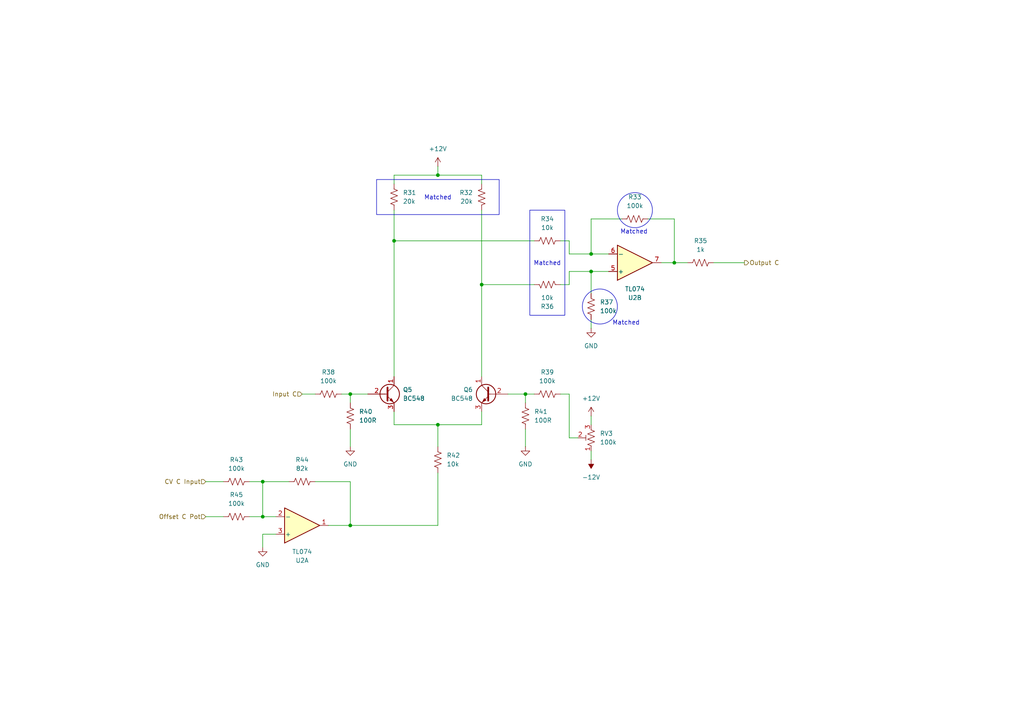
<source format=kicad_sch>
(kicad_sch (version 20231120) (generator "eeschema") (generator_version "8.0")
  (paper "A4")
  (title_block (company "DMH Instruments") (comment 1 "PCB for 5 cm Kosmo format synthesizer module"))
  (lib_symbols
    (symbol "Amplifier_Operational:TL074" (pin_names (offset 0.127))
      (property "Reference" "U" (at 0 5.08 0))
      (property "Value" "TL074" (at 0 -5.08 0))
      (symbol "TL074_1_1"
        (polyline (pts (xy -5.08 5.08) (xy 5.08 0) (xy -5.08 -5.08) (xy -5.08 5.08)) (stroke (width 0.254)) (fill (type background)))
        (pin output line (at 7.62 0 180) (length 2.54) (name "~") (number "1"))
        (pin input line (at -7.62 -2.54 0) (length 2.54) (name "-") (number "2"))
        (pin input line (at -7.62 2.54 0) (length 2.54) (name "+") (number "3"))
      )
      (symbol "TL074_2_1"
        (polyline (pts (xy -5.08 5.08) (xy 5.08 0) (xy -5.08 -5.08) (xy -5.08 5.08)) (stroke (width 0.254)) (fill (type background)))
        (pin input line (at -7.62 2.54 0) (length 2.54) (name "+") (number "5"))
        (pin input line (at -7.62 -2.54 0) (length 2.54) (name "-") (number "6"))
        (pin output line (at 7.62 0 180) (length 2.54) (name "~") (number "7"))
      )
      (symbol "TL074_3_1"
        (polyline (pts (xy -5.08 5.08) (xy 5.08 0) (xy -5.08 -5.08) (xy -5.08 5.08)) (stroke (width 0.254)) (fill (type background)))
        (pin input line (at -7.62 2.54 0) (length 2.54) (name "+") (number "10"))
        (pin output line (at 7.62 0 180) (length 2.54) (name "~") (number "8"))
        (pin input line (at -7.62 -2.54 0) (length 2.54) (name "-") (number "9"))
      )
      (symbol "TL074_4_1"
        (polyline (pts (xy -5.08 5.08) (xy 5.08 0) (xy -5.08 -5.08) (xy -5.08 5.08)) (stroke (width 0.254)) (fill (type background)))
        (pin input line (at -7.62 2.54 0) (length 2.54) (name "+") (number "12"))
        (pin input line (at -7.62 -2.54 0) (length 2.54) (name "-") (number "13"))
        (pin output line (at 7.62 0 180) (length 2.54) (name "~") (number "14"))
      )
      (symbol "TL074_5_1"
        (pin power_in line (at -2.54 -7.62 90) (length 3.81) (name "V-") (number "11"))
        (pin power_in line (at -2.54 7.62 270) (length 3.81) (name "V+") (number "4"))
      )
    )
    (symbol "Device:R_Potentiometer_Trim_US" (pin_names (offset 1.016) hide)
      (property "Reference" "RV" (at -4.445 0 90))
      (property "Value" "R_Potentiometer_Trim_US" (at -2.54 0 90))
      (symbol "R_Potentiometer_Trim_US_0_1"
        (polyline (pts (xy 0 -2.286) (xy 0 -2.54)))
        (polyline (pts (xy 0 2.286) (xy 0 2.54)))
        (polyline (pts (xy 1.524 0.762) (xy 1.524 -0.762)))
        (polyline (pts (xy 2.54 0) (xy 1.524 0)))
        (polyline (pts (xy 0 -0.762) (xy 1.016 -1.143) (xy 0 -1.524) (xy -1.016 -1.905) (xy 0 -2.286)))
        (polyline (pts (xy 0 0.762) (xy 1.016 0.381) (xy 0 0) (xy -1.016 -0.381) (xy 0 -0.762)))
        (polyline (pts (xy 0 2.286) (xy 1.016 1.905) (xy 0 1.524) (xy -1.016 1.143) (xy 0 0.762)))
      )
      (symbol "R_Potentiometer_Trim_US_1_1"
        (pin passive line (at 0 3.81 270) (length 1.27) (name "1") (number "1"))
        (pin passive line (at 3.81 0 180) (length 1.27) (name "2") (number "2"))
        (pin passive line (at 0 -3.81 90) (length 1.27) (name "3") (number "3"))
      )
    )
    (symbol "Device:R_US" (pin_numbers hide) (pin_names (offset 0))
      (property "Reference" "R" (at 2.54 0 90))
      (property "Value" "R_US" (at -2.54 0 90))
      (symbol "R_US_0_1"
        (polyline (pts (xy 0 -2.286) (xy 0 -2.54)))
        (polyline (pts (xy 0 2.286) (xy 0 2.54)))
        (polyline (pts (xy 0 -0.762) (xy 1.016 -1.143) (xy 0 -1.524) (xy -1.016 -1.905) (xy 0 -2.286)))
        (polyline (pts (xy 0 0.762) (xy 1.016 0.381) (xy 0 0) (xy -1.016 -0.381) (xy 0 -0.762)))
        (polyline (pts (xy 0 2.286) (xy 1.016 1.905) (xy 0 1.524) (xy -1.016 1.143) (xy 0 0.762)))
      )
      (symbol "R_US_1_1"
        (pin passive line (at 0 3.81 270) (length 1.27) (name "~") (number "1"))
        (pin passive line (at 0 -3.81 90) (length 1.27) (name "~") (number "2"))
      )
    )
    (symbol "Transistor_BJT:BC548" (pin_names (offset 0) hide)
      (property "Reference" "Q" (at 5.08 1.905 0))
      (property "Value" "BC548" (at 5.08 0 0))
      (symbol "BC548_0_1"
        (polyline (pts (xy 0 0) (xy 0.635 0)))
        (polyline (pts (xy 0.635 0.635) (xy 2.54 2.54)))
        (polyline (pts (xy 0.635 -0.635) (xy 2.54 -2.54) (xy 2.54 -2.54)))
        (polyline (pts (xy 0.635 1.905) (xy 0.635 -1.905) (xy 0.635 -1.905)) (stroke (width 0.508)))
        (polyline (pts (xy 1.27 -1.778) (xy 1.778 -1.27) (xy 2.286 -2.286) (xy 1.27 -1.778) (xy 1.27 -1.778)) (fill (type outline)))
        (circle (center 1.27 0) (radius 2.8194) (stroke (width 0.254)))
      )
      (symbol "BC548_1_1"
        (pin passive line (at 2.54 5.08 270) (length 2.54) (name "C") (number "1"))
        (pin input line (at -5.08 0 0) (length 5.08) (name "B") (number "2"))
        (pin passive line (at 2.54 -5.08 90) (length 2.54) (name "E") (number "3"))
      )
    )
    (symbol "power:+12V" (power) (pin_numbers hide) (pin_names (offset 0) hide)
      (property "Value" "+12V" (at 0 3.556 0))
      (symbol "+12V_0_1"
        (polyline (pts (xy -0.762 1.27) (xy 0 2.54)))
        (polyline (pts (xy 0 0) (xy 0 2.54)))
        (polyline (pts (xy 0 2.54) (xy 0.762 1.27)))
      )
      (symbol "+12V_1_1"
        (pin power_in line (at 0 0 90) (length 0) (name "~") (number "1"))
      )
    )
    (symbol "power:-12V" (power) (pin_numbers hide) (pin_names (offset 0) hide)
      (property "Value" "-12V" (at 0 3.556 0))
      (symbol "-12V_0_0"
        (pin power_in line (at 0 0 90) (length 0) (name "~") (number "1"))
      )
      (symbol "-12V_0_1"
        (polyline (pts (xy 0 0) (xy 0 1.27) (xy 0.762 1.27) (xy 0 2.54) (xy -0.762 1.27) (xy 0 1.27)) (fill (type outline)))
      )
    )
    (symbol "power:GND" (power) (pin_numbers hide) (pin_names (offset 0) hide)
      (property "Value" "GND" (at 0 -3.81 0))
      (symbol "GND_0_1"
        (polyline (pts (xy 0 0) (xy 0 -1.27) (xy 1.27 -1.27) (xy 0 -2.54) (xy -1.27 -1.27) (xy 0 -1.27)))
      )
      (symbol "GND_1_1"
        (pin power_in line (at 0 0 270) (length 0) (name "~") (number "1"))
      )
    )
  )
  (junction (at 101.6 114.3))
  (junction (at 127 123.19))
  (junction (at 195.58 76.2))
  (junction (at 114.3 69.85))
  (junction (at 101.6 152.4))
  (junction (at 127 50.8))
  (junction (at 171.45 73.66))
  (junction (at 76.2 149.86))
  (junction (at 171.45 78.74))
  (junction (at 76.2 139.7))
  (junction (at 139.7 82.55))
  (junction (at 152.4 114.3))
  (wire (pts (xy 139.7 60.96) (xy 139.7 82.55)))
  (wire (pts (xy 165.1 78.74) (xy 171.45 78.74)))
  (wire (pts (xy 162.56 114.3) (xy 165.1 114.3)))
  (wire (pts (xy 162.56 82.55) (xy 165.1 82.55)))
  (wire (pts (xy 127 50.8) (xy 127 48.26)))
  (wire (pts (xy 139.7 123.19) (xy 127 123.19)))
  (wire (pts (xy 95.25 152.4) (xy 101.6 152.4)))
  (wire (pts (xy 127 123.19) (xy 127 129.54)))
  (wire (pts (xy 165.1 73.66) (xy 171.45 73.66)))
  (wire (pts (xy 171.45 92.71) (xy 171.45 95.25)))
  (wire (pts (xy 101.6 139.7) (xy 101.6 152.4)))
  (wire (pts (xy 171.45 78.74) (xy 176.53 78.74)))
  (wire (pts (xy 139.7 50.8) (xy 127 50.8)))
  (wire (pts (xy 195.58 63.5) (xy 195.58 76.2)))
  (wire (pts (xy 59.69 149.86) (xy 64.77 149.86)))
  (wire (pts (xy 139.7 53.34) (xy 139.7 50.8)))
  (wire (pts (xy 59.69 139.7) (xy 64.77 139.7)))
  (wire (pts (xy 152.4 114.3) (xy 154.94 114.3)))
  (wire (pts (xy 171.45 73.66) (xy 176.53 73.66)))
  (wire (pts (xy 165.1 127) (xy 167.64 127)))
  (wire (pts (xy 83.82 139.7) (xy 76.2 139.7)))
  (wire (pts (xy 195.58 76.2) (xy 199.39 76.2)))
  (wire (pts (xy 139.7 82.55) (xy 139.7 109.22)))
  (wire (pts (xy 76.2 149.86) (xy 80.01 149.86)))
  (wire (pts (xy 76.2 139.7) (xy 76.2 149.86)))
  (wire (pts (xy 171.45 130.81) (xy 171.45 133.35)))
  (wire (pts (xy 101.6 152.4) (xy 127 152.4)))
  (wire (pts (xy 152.4 114.3) (xy 152.4 116.84)))
  (wire (pts (xy 114.3 53.34) (xy 114.3 50.8)))
  (wire (pts (xy 114.3 119.38) (xy 114.3 123.19)))
  (wire (pts (xy 180.34 63.5) (xy 171.45 63.5)))
  (wire (pts (xy 72.39 139.7) (xy 76.2 139.7)))
  (wire (pts (xy 207.01 76.2) (xy 215.9 76.2)))
  (wire (pts (xy 127 152.4) (xy 127 137.16)))
  (wire (pts (xy 101.6 114.3) (xy 101.6 116.84)))
  (wire (pts (xy 99.06 114.3) (xy 101.6 114.3)))
  (wire (pts (xy 187.96 63.5) (xy 195.58 63.5)))
  (wire (pts (xy 114.3 123.19) (xy 127 123.19)))
  (wire (pts (xy 72.39 149.86) (xy 76.2 149.86)))
  (wire (pts (xy 162.56 69.85) (xy 165.1 69.85)))
  (wire (pts (xy 171.45 63.5) (xy 171.45 73.66)))
  (wire (pts (xy 152.4 124.46) (xy 152.4 129.54)))
  (wire (pts (xy 114.3 50.8) (xy 127 50.8)))
  (wire (pts (xy 147.32 114.3) (xy 152.4 114.3)))
  (wire (pts (xy 76.2 154.94) (xy 76.2 158.75)))
  (wire (pts (xy 80.01 154.94) (xy 76.2 154.94)))
  (wire (pts (xy 114.3 60.96) (xy 114.3 69.85)))
  (wire (pts (xy 191.77 76.2) (xy 195.58 76.2)))
  (wire (pts (xy 101.6 124.46) (xy 101.6 129.54)))
  (wire (pts (xy 114.3 69.85) (xy 114.3 109.22)))
  (wire (pts (xy 101.6 114.3) (xy 106.68 114.3)))
  (wire (pts (xy 114.3 69.85) (xy 154.94 69.85)))
  (wire (pts (xy 87.63 114.3) (xy 91.44 114.3)))
  (wire (pts (xy 165.1 82.55) (xy 165.1 78.74)))
  (wire (pts (xy 139.7 82.55) (xy 154.94 82.55)))
  (wire (pts (xy 91.44 139.7) (xy 101.6 139.7)))
  (wire (pts (xy 165.1 114.3) (xy 165.1 127)))
  (wire (pts (xy 171.45 78.74) (xy 171.45 85.09)))
  (wire (pts (xy 139.7 119.38) (xy 139.7 123.19)))
  (wire (pts (xy 171.45 120.65) (xy 171.45 123.19)))
  (wire (pts (xy 165.1 69.85) (xy 165.1 73.66)))
  (rectangle (start 153.67 60.96) (end 163.83 91.44))
  (circle (center 173.99 88.9) (radius 5.08))
  (circle (center 184.15 60.96) (radius 5.08))
  (rectangle (start 109.22 52.07) (end 144.78 62.23))
  (text "Matched" (at 181.61 93.726 0) (effects (font (size 1.27 1.27))))
  (text "Matched" (at 183.896 67.31 0) (effects (font (size 1.27 1.27))))
  (text "Matched" (at 127 57.404 0) (effects (font (size 1.27 1.27))))
  (text "Matched" (at 158.75 76.454 0) (effects (font (size 1.27 1.27))))
  (hierarchical_label "Offset C Pot" (shape input) (at 59.69 149.86 180))
  (hierarchical_label "CV C Input" (shape input) (at 59.69 139.7 180))
  (hierarchical_label "Input C" (shape input) (at 87.63 114.3 180))
  (hierarchical_label "Output C" (shape output) (at 215.9 76.2 0))
  (symbol (lib_id "power:GND") (at 152.4 129.54 0) (unit 1)
    (property "Reference" "#PWR029" (effects (hide yes)))
    (property "Value" "GND" (at 152.4 134.62 0))
    (property "Description" "Power symbol creates a global label with name \"GND\" , ground" (effects (hide yes)))
  )
  (symbol (lib_id "power:GND") (at 101.6 129.54 0) (unit 1)
    (property "Reference" "#PWR028" (effects (hide yes)))
    (property "Value" "GND" (at 101.6 134.62 0))
    (property "Description" "Power symbol creates a global label with name \"GND\" , ground" (effects (hide yes)))
  )
  (symbol (lib_id "Device:R_US") (at 184.15 63.5 270) (unit 1)
    (property "Reference" "R33" (at 184.15 57.15 90))
    (property "Value" "100k" (at 184.15 59.69 90))
    (property "Footprint" "Resistor_THT:R_Axial_DIN0207_L6.3mm_D2.5mm_P7.62mm_Horizontal" (effects (hide yes)))
    (property "Description" "Resistor, US symbol" (effects (hide yes)))
  )
  (symbol (lib_id "Device:R_US") (at 152.4 120.65 180) (unit 1)
    (property "Reference" "R41" (at 154.94 119.3799 0) (effects (justify right)))
    (property "Value" "100R" (at 154.94 121.9199 0) (effects (justify right)))
    (property "Footprint" "Resistor_THT:R_Axial_DIN0207_L6.3mm_D2.5mm_P7.62mm_Horizontal" (effects (hide yes)))
    (property "Description" "Resistor, US symbol" (effects (hide yes)))
  )
  (symbol (lib_id "power:+12V") (at 171.45 120.65 0) (unit 1)
    (property "Reference" "#PWR027" (effects (hide yes)))
    (property "Value" "+12V" (at 171.45 115.57 0))
    (property "Description" "Power symbol creates a global label with name \"+12V\"" (effects (hide yes)))
  )
  (symbol (lib_id "Device:R_US") (at 203.2 76.2 270) (unit 1)
    (property "Reference" "R35" (at 203.2 69.85 90))
    (property "Value" "1k" (at 203.2 72.39 90))
    (property "Footprint" "Resistor_THT:R_Axial_DIN0207_L6.3mm_D2.5mm_P7.62mm_Horizontal" (effects (hide yes)))
    (property "Description" "Resistor, US symbol" (effects (hide yes)))
  )
  (symbol (lib_id "Amplifier_Operational:TL074") (at 184.15 76.2 0) (mirror x) (unit 2)
    (property "Reference" "U2" (at 184.15 86.36 0))
    (property "Value" "TL074" (at 184.15 83.82 0))
    (property "Footprint" "Package_DIP:DIP-14_W7.62mm_Socket" (effects (hide yes)))
    (property "Datasheet" "http://www.ti.com/lit/ds/symlink/tl071.pdf" (effects (hide yes)))
    (property "Description" "Quad Low-Noise JFET-Input Operational Amplifiers, DIP-14/SOIC-14" (effects (hide yes)))
  )
  (symbol (lib_id "Amplifier_Operational:TL074") (at 87.63 152.4 0) (mirror x) (unit 1)
    (property "Reference" "U2" (at 87.63 162.56 0))
    (property "Value" "TL074" (at 87.63 160.02 0))
    (property "Footprint" "Package_DIP:DIP-14_W7.62mm_Socket" (effects (hide yes)))
    (property "Datasheet" "http://www.ti.com/lit/ds/symlink/tl071.pdf" (effects (hide yes)))
    (property "Description" "Quad Low-Noise JFET-Input Operational Amplifiers, DIP-14/SOIC-14" (effects (hide yes)))
  )
  (symbol (lib_id "Device:R_US") (at 101.6 120.65 180) (unit 1)
    (property "Reference" "R40" (at 104.14 119.3799 0) (effects (justify right)))
    (property "Value" "100R" (at 104.14 121.9199 0) (effects (justify right)))
    (property "Footprint" "Resistor_THT:R_Axial_DIN0207_L6.3mm_D2.5mm_P7.62mm_Horizontal" (effects (hide yes)))
    (property "Description" "Resistor, US symbol" (effects (hide yes)))
  )
  (symbol (lib_id "Transistor_BJT:BC548") (at 111.76 114.3 0) (unit 1)
    (property "Reference" "Q5" (at 116.84 113.0299 0) (effects (justify left)))
    (property "Value" "BC548" (at 116.84 115.5699 0) (effects (justify left)))
    (property "Footprint" "Package_TO_SOT_THT:TO-92L_Inline_Wide" (effects (hide yes)))
    (property "Datasheet" "https://www.onsemi.com/pub/Collateral/BC550-D.pdf" (effects (hide yes)))
    (property "Description" "0.1A Ic, 30V Vce, Small Signal NPN Transistor, TO-92" (effects (hide yes)))
  )
  (symbol (lib_id "Device:R_US") (at 158.75 82.55 270) (mirror x) (unit 1)
    (property "Reference" "R36" (at 158.75 88.9 90))
    (property "Value" "10k" (at 158.75 86.36 90))
    (property "Footprint" "Resistor_THT:R_Axial_DIN0207_L6.3mm_D2.5mm_P7.62mm_Horizontal" (effects (hide yes)))
    (property "Description" "Resistor, US symbol" (effects (hide yes)))
  )
  (symbol (lib_id "power:+12V") (at 127 48.26 0) (unit 1)
    (property "Reference" "#PWR025" (effects (hide yes)))
    (property "Value" "+12V" (at 127 43.18 0))
    (property "Description" "Power symbol creates a global label with name \"+12V\"" (effects (hide yes)))
  )
  (symbol (lib_id "Device:R_US") (at 95.25 114.3 270) (unit 1)
    (property "Reference" "R38" (at 95.25 107.95 90))
    (property "Value" "100k" (at 95.25 110.49 90))
    (property "Footprint" "Resistor_THT:R_Axial_DIN0207_L6.3mm_D2.5mm_P7.62mm_Horizontal" (effects (hide yes)))
    (property "Description" "Resistor, US symbol" (effects (hide yes)))
  )
  (symbol (lib_id "Device:R_Potentiometer_Trim_US") (at 171.45 127 180) (unit 1)
    (property "Reference" "RV3" (at 173.99 125.7299 0) (effects (justify right)))
    (property "Value" "100k" (at 173.99 128.2699 0) (effects (justify right)))
    (property "Footprint" "Potentiometer_THT:Potentiometer_Bourns_3296W_Vertical" (effects (hide yes)))
    (property "Description" "Trim-potentiometer, US symbol" (effects (hide yes)))
  )
  (symbol (lib_id "Device:R_US") (at 114.3 57.15 180) (unit 1)
    (property "Reference" "R31" (at 116.84 55.8799 0) (effects (justify right)))
    (property "Value" "20k" (at 116.84 58.4199 0) (effects (justify right)))
    (property "Footprint" "Resistor_THT:R_Axial_DIN0207_L6.3mm_D2.5mm_P7.62mm_Horizontal" (effects (hide yes)))
    (property "Description" "Resistor, US symbol" (effects (hide yes)))
  )
  (symbol (lib_id "Device:R_US") (at 158.75 114.3 270) (unit 1)
    (property "Reference" "R39" (at 158.75 107.95 90))
    (property "Value" "100k" (at 158.75 110.49 90))
    (property "Footprint" "Resistor_THT:R_Axial_DIN0207_L6.3mm_D2.5mm_P7.62mm_Horizontal" (effects (hide yes)))
    (property "Description" "Resistor, US symbol" (effects (hide yes)))
  )
  (symbol (lib_id "Device:R_US") (at 158.75 69.85 270) (unit 1)
    (property "Reference" "R34" (at 158.75 63.5 90))
    (property "Value" "10k" (at 158.75 66.04 90))
    (property "Footprint" "Resistor_THT:R_Axial_DIN0207_L6.3mm_D2.5mm_P7.62mm_Horizontal" (effects (hide yes)))
    (property "Description" "Resistor, US symbol" (effects (hide yes)))
  )
  (symbol (lib_id "Device:R_US") (at 87.63 139.7 90) (unit 1)
    (property "Reference" "R44" (at 87.63 133.35 90))
    (property "Value" "82k" (at 87.63 135.89 90))
    (property "Footprint" "Resistor_THT:R_Axial_DIN0207_L6.3mm_D2.5mm_P7.62mm_Horizontal" (effects (hide yes)))
    (property "Description" "Resistor, US symbol" (effects (hide yes)))
  )
  (symbol (lib_id "Device:R_US") (at 171.45 88.9 0) (unit 1)
    (property "Reference" "R37" (at 173.99 87.6299 0) (effects (justify left)))
    (property "Value" "100k" (at 173.99 90.1699 0) (effects (justify left)))
    (property "Footprint" "Resistor_THT:R_Axial_DIN0207_L6.3mm_D2.5mm_P7.62mm_Horizontal" (effects (hide yes)))
    (property "Description" "Resistor, US symbol" (effects (hide yes)))
  )
  (symbol (lib_id "power:GND") (at 76.2 158.75 0) (unit 1)
    (property "Reference" "#PWR031" (effects (hide yes)))
    (property "Value" "GND" (at 76.2 163.83 0))
    (property "Description" "Power symbol creates a global label with name \"GND\" , ground" (effects (hide yes)))
  )
  (symbol (lib_id "Device:R_US") (at 68.58 139.7 90) (unit 1)
    (property "Reference" "R43" (at 68.58 133.35 90))
    (property "Value" "100k" (at 68.58 135.89 90))
    (property "Footprint" "Resistor_THT:R_Axial_DIN0207_L6.3mm_D2.5mm_P7.62mm_Horizontal" (effects (hide yes)))
    (property "Description" "Resistor, US symbol" (effects (hide yes)))
  )
  (symbol (lib_id "Device:R_US") (at 68.58 149.86 90) (unit 1)
    (property "Reference" "R45" (at 68.58 143.51 90))
    (property "Value" "100k" (at 68.58 146.05 90))
    (property "Footprint" "Resistor_THT:R_Axial_DIN0207_L6.3mm_D2.5mm_P7.62mm_Horizontal" (effects (hide yes)))
    (property "Description" "Resistor, US symbol" (effects (hide yes)))
  )
  (symbol (lib_id "Transistor_BJT:BC548") (at 142.24 114.3 0) (mirror y) (unit 1)
    (property "Reference" "Q6" (at 137.16 113.0299 0) (effects (justify left)))
    (property "Value" "BC548" (at 137.16 115.5699 0) (effects (justify left)))
    (property "Footprint" "Package_TO_SOT_THT:TO-92L_Inline_Wide" (effects (hide yes)))
    (property "Datasheet" "https://www.onsemi.com/pub/Collateral/BC550-D.pdf" (effects (hide yes)))
    (property "Description" "0.1A Ic, 30V Vce, Small Signal NPN Transistor, TO-92" (effects (hide yes)))
  )
  (symbol (lib_id "power:-12V") (at 171.45 133.35 180) (unit 1)
    (property "Reference" "#PWR030" (effects (hide yes)))
    (property "Value" "-12V" (at 171.45 138.43 0))
    (property "Description" "Power symbol creates a global label with name \"-12V\"" (effects (hide yes)))
  )
  (symbol (lib_id "Device:R_US") (at 139.7 57.15 0) (mirror x) (unit 1)
    (property "Reference" "R32" (at 137.16 55.8799 0) (effects (justify right)))
    (property "Value" "20k" (at 137.16 58.4199 0) (effects (justify right)))
    (property "Footprint" "Resistor_THT:R_Axial_DIN0207_L6.3mm_D2.5mm_P7.62mm_Horizontal" (effects (hide yes)))
    (property "Description" "Resistor, US symbol" (effects (hide yes)))
  )
  (symbol (lib_id "power:GND") (at 171.45 95.25 0) (unit 1)
    (property "Reference" "#PWR026" (effects (hide yes)))
    (property "Value" "GND" (at 171.45 100.33 0))
    (property "Description" "Power symbol creates a global label with name \"GND\" , ground" (effects (hide yes)))
  )
  (symbol (lib_id "Device:R_US") (at 127 133.35 180) (unit 1)
    (property "Reference" "R42" (at 129.54 132.0799 0) (effects (justify right)))
    (property "Value" "10k" (at 129.54 134.6199 0) (effects (justify right)))
    (property "Footprint" "Resistor_THT:R_Axial_DIN0207_L6.3mm_D2.5mm_P7.62mm_Horizontal" (effects (hide yes)))
    (property "Description" "Resistor, US symbol" (effects (hide yes)))
  )
)
</source>
